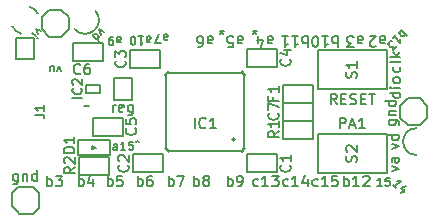
<source format=gto>
G04 #@! TF.FileFunction,Legend,Top*
%FSLAX46Y46*%
G04 Gerber Fmt 4.6, Leading zero omitted, Abs format (unit mm)*
G04 Created by KiCad (PCBNEW 4.0.7) date Monday, 20 November 2017 'AMt' 10:57:52*
%MOMM*%
%LPD*%
G01*
G04 APERTURE LIST*
%ADD10C,0.100000*%
%ADD11C,0.127000*%
%ADD12C,0.200000*%
%ADD13C,0.149860*%
%ADD14C,0.198120*%
%ADD15C,0.150000*%
%ADD16C,0.203200*%
G04 APERTURE END LIST*
D10*
D11*
X160366234Y-94861898D02*
X159918399Y-94649766D01*
X160130532Y-95097600D01*
X159399855Y-95168311D02*
X159894829Y-95663285D01*
X159423425Y-95191881D02*
X159446995Y-95121170D01*
X159541276Y-95026889D01*
X159611987Y-95003319D01*
X159659127Y-95003319D01*
X159729839Y-95026889D01*
X159871260Y-95168311D01*
X159894829Y-95239021D01*
X159894830Y-95286162D01*
X159871259Y-95356873D01*
X159776979Y-95451153D01*
X159706268Y-95474724D01*
X161462334Y-104837667D02*
X161462334Y-104471000D01*
X161429000Y-104404333D01*
X161362334Y-104371000D01*
X161229000Y-104371000D01*
X161162334Y-104404333D01*
X161462334Y-104804333D02*
X161395667Y-104837667D01*
X161229000Y-104837667D01*
X161162334Y-104804333D01*
X161129000Y-104737667D01*
X161129000Y-104671000D01*
X161162334Y-104604333D01*
X161229000Y-104571000D01*
X161395667Y-104571000D01*
X161462334Y-104537667D01*
X162162333Y-104837667D02*
X161762333Y-104837667D01*
X161962333Y-104837667D02*
X161962333Y-104137667D01*
X161895667Y-104237667D01*
X161829000Y-104304333D01*
X161762333Y-104337667D01*
X162795667Y-104137667D02*
X162462334Y-104137667D01*
X162429000Y-104471000D01*
X162462334Y-104437667D01*
X162529000Y-104404333D01*
X162695667Y-104404333D01*
X162762334Y-104437667D01*
X162795667Y-104471000D01*
X162829000Y-104537667D01*
X162829000Y-104704333D01*
X162795667Y-104771000D01*
X162762334Y-104804333D01*
X162695667Y-104837667D01*
X162529000Y-104837667D01*
X162462334Y-104804333D01*
X162429000Y-104771000D01*
X163029001Y-104204333D02*
X163162334Y-104104333D01*
X163295667Y-104204333D01*
X156693333Y-98194000D02*
X156526666Y-97727333D01*
X156360000Y-98194000D01*
X155793333Y-98194000D02*
X155793333Y-97727333D01*
X156093333Y-98194000D02*
X156093333Y-97827333D01*
X156060000Y-97760667D01*
X155993333Y-97727333D01*
X155893333Y-97727333D01*
X155826667Y-97760667D01*
X155793333Y-97794000D01*
X170307000Y-94712286D02*
X170307000Y-94890857D01*
X170128429Y-94819429D02*
X170307000Y-94890857D01*
X170485572Y-94819429D01*
X170199857Y-95033714D02*
X170307000Y-94890857D01*
X170414143Y-95033714D01*
X173101000Y-94712286D02*
X173101000Y-94890857D01*
X172922429Y-94819429D02*
X173101000Y-94890857D01*
X173279572Y-94819429D01*
X172993857Y-95033714D02*
X173101000Y-94890857D01*
X173208143Y-95033714D01*
D12*
X154747631Y-93314185D02*
G75*
G03X154051000Y-92710000I-1077631J-538815D01*
G01*
X152592369Y-94391815D02*
G75*
G03X153289000Y-94996000I1077631J538815D01*
G01*
D11*
X155002368Y-94815564D02*
X154554533Y-94603432D01*
X154766666Y-95051266D01*
X154248121Y-94909845D02*
X154578104Y-95239828D01*
X154743095Y-95404819D02*
X154743096Y-95357679D01*
X154695955Y-95357679D01*
X154695955Y-95404819D01*
X154743095Y-95404819D01*
X154695955Y-95357679D01*
D13*
X184465323Y-102347849D02*
X185193214Y-102347849D01*
X185278849Y-102390666D01*
X185321666Y-102433483D01*
X185364483Y-102519118D01*
X185364483Y-102647569D01*
X185321666Y-102733203D01*
X185021946Y-102347849D02*
X185064763Y-102433483D01*
X185064763Y-102604752D01*
X185021946Y-102690386D01*
X184979129Y-102733203D01*
X184893494Y-102776020D01*
X184636591Y-102776020D01*
X184550957Y-102733203D01*
X184508140Y-102690386D01*
X184465323Y-102604752D01*
X184465323Y-102433483D01*
X184508140Y-102347849D01*
X184465323Y-101919677D02*
X185064763Y-101919677D01*
X184550957Y-101919677D02*
X184508140Y-101876860D01*
X184465323Y-101791226D01*
X184465323Y-101662774D01*
X184508140Y-101577140D01*
X184593774Y-101534323D01*
X185064763Y-101534323D01*
X185064763Y-100720797D02*
X184165603Y-100720797D01*
X185021946Y-100720797D02*
X185064763Y-100806431D01*
X185064763Y-100977700D01*
X185021946Y-101063334D01*
X184979129Y-101106151D01*
X184893494Y-101148968D01*
X184636591Y-101148968D01*
X184550957Y-101106151D01*
X184508140Y-101063334D01*
X184465323Y-100977700D01*
X184465323Y-100806431D01*
X184508140Y-100720797D01*
X185402946Y-97794354D02*
X185445763Y-97879988D01*
X185445763Y-98051257D01*
X185402946Y-98136891D01*
X185360129Y-98179708D01*
X185274494Y-98222525D01*
X185017591Y-98222525D01*
X184931957Y-98179708D01*
X184889140Y-98136891D01*
X184846323Y-98051257D01*
X184846323Y-97879988D01*
X184889140Y-97794354D01*
X185445763Y-97280548D02*
X185402946Y-97366182D01*
X185317311Y-97408999D01*
X184546603Y-97408999D01*
X185445763Y-96938010D02*
X184546603Y-96938010D01*
X185103226Y-96852376D02*
X185445763Y-96595473D01*
X184846323Y-96595473D02*
X185188860Y-96938010D01*
X185445763Y-99996171D02*
X184546603Y-99996171D01*
X185402946Y-99996171D02*
X185445763Y-100081805D01*
X185445763Y-100253074D01*
X185402946Y-100338708D01*
X185360129Y-100381525D01*
X185274494Y-100424342D01*
X185017591Y-100424342D01*
X184931957Y-100381525D01*
X184889140Y-100338708D01*
X184846323Y-100253074D01*
X184846323Y-100081805D01*
X184889140Y-99996171D01*
X185445763Y-99567999D02*
X184846323Y-99567999D01*
X184546603Y-99567999D02*
X184589420Y-99610816D01*
X184632237Y-99567999D01*
X184589420Y-99525182D01*
X184546603Y-99567999D01*
X184632237Y-99567999D01*
X185445763Y-99011377D02*
X185402946Y-99097011D01*
X185360129Y-99139828D01*
X185274494Y-99182645D01*
X185017591Y-99182645D01*
X184931957Y-99139828D01*
X184889140Y-99097011D01*
X184846323Y-99011377D01*
X184846323Y-98882925D01*
X184889140Y-98797291D01*
X184931957Y-98754474D01*
X185017591Y-98711657D01*
X185274494Y-98711657D01*
X185360129Y-98754474D01*
X185402946Y-98797291D01*
X185445763Y-98882925D01*
X185445763Y-99011377D01*
X184719323Y-106665849D02*
X185318763Y-106451763D01*
X184719323Y-106237677D01*
X185318763Y-105509786D02*
X184847774Y-105509786D01*
X184762140Y-105552603D01*
X184719323Y-105638237D01*
X184719323Y-105809506D01*
X184762140Y-105895140D01*
X185275946Y-105509786D02*
X185318763Y-105595420D01*
X185318763Y-105809506D01*
X185275946Y-105895140D01*
X185190311Y-105937957D01*
X185104677Y-105937957D01*
X185019043Y-105895140D01*
X184976226Y-105809506D01*
X184976226Y-105595420D01*
X184933409Y-105509786D01*
X184719323Y-104760849D02*
X185318763Y-104546763D01*
X184719323Y-104332677D01*
X185318763Y-103604786D02*
X184419603Y-103604786D01*
X185275946Y-103604786D02*
X185318763Y-103690420D01*
X185318763Y-103861689D01*
X185275946Y-103947323D01*
X185233129Y-103990140D01*
X185147494Y-104032957D01*
X184890591Y-104032957D01*
X184804957Y-103990140D01*
X184762140Y-103947323D01*
X184719323Y-103861689D01*
X184719323Y-103690420D01*
X184762140Y-103604786D01*
D11*
X183889666Y-107885667D02*
X183489666Y-107885667D01*
X183689666Y-107885667D02*
X183689666Y-107185667D01*
X183623000Y-107285667D01*
X183556333Y-107352333D01*
X183489666Y-107385667D01*
X184523000Y-107185667D02*
X184189667Y-107185667D01*
X184156333Y-107519000D01*
X184189667Y-107485667D01*
X184256333Y-107452333D01*
X184423000Y-107452333D01*
X184489667Y-107485667D01*
X184523000Y-107519000D01*
X184556333Y-107585667D01*
X184556333Y-107752333D01*
X184523000Y-107819000D01*
X184489667Y-107852333D01*
X184423000Y-107885667D01*
X184256333Y-107885667D01*
X184189667Y-107852333D01*
X184156333Y-107819000D01*
X185101801Y-108079636D02*
X184818959Y-107796793D01*
X184960380Y-107938215D02*
X185455355Y-107443240D01*
X185337504Y-107466811D01*
X185243223Y-107466810D01*
X185172512Y-107443240D01*
X185856049Y-108173917D02*
X185526066Y-108503901D01*
X185926760Y-107867504D02*
X185455355Y-108103206D01*
X185761769Y-108409619D01*
D12*
X157861000Y-94615000D02*
G75*
G03X159639000Y-93091000I889000J762000D01*
G01*
X186817000Y-102997000D02*
G75*
G03X186817000Y-105283000I0J-1143000D01*
G01*
D11*
X185519553Y-94702613D02*
X186014527Y-95197587D01*
X185825966Y-95009026D02*
X185802396Y-95079736D01*
X185708115Y-95174017D01*
X185637405Y-95197587D01*
X185590263Y-95197587D01*
X185519553Y-95174017D01*
X185378132Y-95032596D01*
X185354561Y-94961885D01*
X185354562Y-94914745D01*
X185378131Y-94844034D01*
X185472413Y-94749753D01*
X185543123Y-94726183D01*
X184812447Y-95409719D02*
X185095289Y-95126876D01*
X184953868Y-95268297D02*
X185448843Y-95763272D01*
X185425272Y-95645421D01*
X185425273Y-95551141D01*
X185448843Y-95480429D01*
X185142429Y-96069685D02*
X184836017Y-96376098D01*
X184812447Y-96022545D01*
X184741736Y-96093256D01*
X184671025Y-96116826D01*
X184623885Y-96116826D01*
X184553174Y-96093255D01*
X184435323Y-95975405D01*
X184411753Y-95904694D01*
X184411753Y-95857554D01*
X184435323Y-95786843D01*
X184576744Y-95645421D01*
X184647455Y-95621851D01*
X184694595Y-95621851D01*
D13*
X183750494Y-95224237D02*
X183750494Y-95695226D01*
X183793311Y-95780860D01*
X183878945Y-95823677D01*
X184050214Y-95823677D01*
X184135848Y-95780860D01*
X183750494Y-95267054D02*
X183836128Y-95224237D01*
X184050214Y-95224237D01*
X184135848Y-95267054D01*
X184178665Y-95352689D01*
X184178665Y-95438323D01*
X184135848Y-95523957D01*
X184050214Y-95566774D01*
X183836128Y-95566774D01*
X183750494Y-95609591D01*
X183365139Y-96037763D02*
X183322322Y-96080580D01*
X183236688Y-96123397D01*
X183022602Y-96123397D01*
X182936968Y-96080580D01*
X182894151Y-96037763D01*
X182851334Y-95952129D01*
X182851334Y-95866494D01*
X182894151Y-95738043D01*
X183407957Y-95224237D01*
X182851334Y-95224237D01*
X181845494Y-95224237D02*
X181845494Y-95695226D01*
X181888311Y-95780860D01*
X181973945Y-95823677D01*
X182145214Y-95823677D01*
X182230848Y-95780860D01*
X181845494Y-95267054D02*
X181931128Y-95224237D01*
X182145214Y-95224237D01*
X182230848Y-95267054D01*
X182273665Y-95352689D01*
X182273665Y-95438323D01*
X182230848Y-95523957D01*
X182145214Y-95566774D01*
X181931128Y-95566774D01*
X181845494Y-95609591D01*
X181502957Y-96123397D02*
X180946334Y-96123397D01*
X181246054Y-95780860D01*
X181117602Y-95780860D01*
X181031968Y-95738043D01*
X180989151Y-95695226D01*
X180946334Y-95609591D01*
X180946334Y-95395506D01*
X180989151Y-95309871D01*
X181031968Y-95267054D01*
X181117602Y-95224237D01*
X181374505Y-95224237D01*
X181460139Y-95267054D01*
X181502957Y-95309871D01*
X180119020Y-95224237D02*
X180119020Y-96123397D01*
X180119020Y-95780860D02*
X180033386Y-95823677D01*
X179862117Y-95823677D01*
X179776483Y-95780860D01*
X179733666Y-95738043D01*
X179690849Y-95652409D01*
X179690849Y-95395506D01*
X179733666Y-95309871D01*
X179776483Y-95267054D01*
X179862117Y-95224237D01*
X180033386Y-95224237D01*
X180119020Y-95267054D01*
X178834506Y-95224237D02*
X179348311Y-95224237D01*
X179091409Y-95224237D02*
X179091409Y-96123397D01*
X179177043Y-95994946D01*
X179262677Y-95909311D01*
X179348311Y-95866494D01*
X178277883Y-96123397D02*
X178192248Y-96123397D01*
X178106614Y-96080580D01*
X178063797Y-96037763D01*
X178020980Y-95952129D01*
X177978163Y-95780860D01*
X177978163Y-95566774D01*
X178020980Y-95395506D01*
X178063797Y-95309871D01*
X178106614Y-95267054D01*
X178192248Y-95224237D01*
X178277883Y-95224237D01*
X178363517Y-95267054D01*
X178406334Y-95309871D01*
X178449151Y-95395506D01*
X178491968Y-95566774D01*
X178491968Y-95780860D01*
X178449151Y-95952129D01*
X178406334Y-96037763D01*
X178363517Y-96080580D01*
X178277883Y-96123397D01*
X177579020Y-95224237D02*
X177579020Y-96123397D01*
X177579020Y-95780860D02*
X177493386Y-95823677D01*
X177322117Y-95823677D01*
X177236483Y-95780860D01*
X177193666Y-95738043D01*
X177150849Y-95652409D01*
X177150849Y-95395506D01*
X177193666Y-95309871D01*
X177236483Y-95267054D01*
X177322117Y-95224237D01*
X177493386Y-95224237D01*
X177579020Y-95267054D01*
X176294506Y-95224237D02*
X176808311Y-95224237D01*
X176551409Y-95224237D02*
X176551409Y-96123397D01*
X176637043Y-95994946D01*
X176722677Y-95909311D01*
X176808311Y-95866494D01*
X175438163Y-95224237D02*
X175951968Y-95224237D01*
X175695066Y-95224237D02*
X175695066Y-96123397D01*
X175780700Y-95994946D01*
X175866334Y-95909311D01*
X175951968Y-95866494D01*
X174225494Y-95224237D02*
X174225494Y-95695226D01*
X174268311Y-95780860D01*
X174353945Y-95823677D01*
X174525214Y-95823677D01*
X174610848Y-95780860D01*
X174225494Y-95267054D02*
X174311128Y-95224237D01*
X174525214Y-95224237D01*
X174610848Y-95267054D01*
X174653665Y-95352689D01*
X174653665Y-95438323D01*
X174610848Y-95523957D01*
X174525214Y-95566774D01*
X174311128Y-95566774D01*
X174225494Y-95609591D01*
X173411968Y-95823677D02*
X173411968Y-95224237D01*
X173626054Y-96166214D02*
X173840139Y-95523957D01*
X173283517Y-95523957D01*
X171685494Y-95224237D02*
X171685494Y-95695226D01*
X171728311Y-95780860D01*
X171813945Y-95823677D01*
X171985214Y-95823677D01*
X172070848Y-95780860D01*
X171685494Y-95267054D02*
X171771128Y-95224237D01*
X171985214Y-95224237D01*
X172070848Y-95267054D01*
X172113665Y-95352689D01*
X172113665Y-95438323D01*
X172070848Y-95523957D01*
X171985214Y-95566774D01*
X171771128Y-95566774D01*
X171685494Y-95609591D01*
X170829151Y-96123397D02*
X171257322Y-96123397D01*
X171300139Y-95695226D01*
X171257322Y-95738043D01*
X171171688Y-95780860D01*
X170957602Y-95780860D01*
X170871968Y-95738043D01*
X170829151Y-95695226D01*
X170786334Y-95609591D01*
X170786334Y-95395506D01*
X170829151Y-95309871D01*
X170871968Y-95267054D01*
X170957602Y-95224237D01*
X171171688Y-95224237D01*
X171257322Y-95267054D01*
X171300139Y-95309871D01*
X169145494Y-95224237D02*
X169145494Y-95695226D01*
X169188311Y-95780860D01*
X169273945Y-95823677D01*
X169445214Y-95823677D01*
X169530848Y-95780860D01*
X169145494Y-95267054D02*
X169231128Y-95224237D01*
X169445214Y-95224237D01*
X169530848Y-95267054D01*
X169573665Y-95352689D01*
X169573665Y-95438323D01*
X169530848Y-95523957D01*
X169445214Y-95566774D01*
X169231128Y-95566774D01*
X169145494Y-95609591D01*
X168331968Y-96123397D02*
X168503237Y-96123397D01*
X168588871Y-96080580D01*
X168631688Y-96037763D01*
X168717322Y-95909311D01*
X168760139Y-95738043D01*
X168760139Y-95395506D01*
X168717322Y-95309871D01*
X168674505Y-95267054D01*
X168588871Y-95224237D01*
X168417602Y-95224237D01*
X168331968Y-95267054D01*
X168289151Y-95309871D01*
X168246334Y-95395506D01*
X168246334Y-95609591D01*
X168289151Y-95695226D01*
X168331968Y-95738043D01*
X168417602Y-95780860D01*
X168588871Y-95780860D01*
X168674505Y-95738043D01*
X168717322Y-95695226D01*
X168760139Y-95609591D01*
D11*
X165410333Y-95060333D02*
X165410333Y-95427000D01*
X165443667Y-95493667D01*
X165510333Y-95527000D01*
X165643667Y-95527000D01*
X165710333Y-95493667D01*
X165410333Y-95093667D02*
X165477000Y-95060333D01*
X165643667Y-95060333D01*
X165710333Y-95093667D01*
X165743667Y-95160333D01*
X165743667Y-95227000D01*
X165710333Y-95293667D01*
X165643667Y-95327000D01*
X165477000Y-95327000D01*
X165410333Y-95360333D01*
X165143667Y-95760333D02*
X164677000Y-95760333D01*
X164977000Y-95060333D01*
X161447933Y-95263533D02*
X161447933Y-95630200D01*
X161481267Y-95696867D01*
X161547933Y-95730200D01*
X161681267Y-95730200D01*
X161747933Y-95696867D01*
X161447933Y-95296867D02*
X161514600Y-95263533D01*
X161681267Y-95263533D01*
X161747933Y-95296867D01*
X161781267Y-95363533D01*
X161781267Y-95430200D01*
X161747933Y-95496867D01*
X161681267Y-95530200D01*
X161514600Y-95530200D01*
X161447933Y-95563533D01*
X161081267Y-95263533D02*
X160947934Y-95263533D01*
X160881267Y-95296867D01*
X160847934Y-95330200D01*
X160781267Y-95430200D01*
X160747934Y-95563533D01*
X160747934Y-95830200D01*
X160781267Y-95896867D01*
X160814600Y-95930200D01*
X160881267Y-95963533D01*
X161014600Y-95963533D01*
X161081267Y-95930200D01*
X161114600Y-95896867D01*
X161147934Y-95830200D01*
X161147934Y-95663533D01*
X161114600Y-95596867D01*
X161081267Y-95563533D01*
X161014600Y-95530200D01*
X160881267Y-95530200D01*
X160814600Y-95563533D01*
X160781267Y-95596867D01*
X160747934Y-95663533D01*
X163965666Y-95238133D02*
X163965666Y-95604800D01*
X163999000Y-95671467D01*
X164065666Y-95704800D01*
X164199000Y-95704800D01*
X164265666Y-95671467D01*
X163965666Y-95271467D02*
X164032333Y-95238133D01*
X164199000Y-95238133D01*
X164265666Y-95271467D01*
X164299000Y-95338133D01*
X164299000Y-95404800D01*
X164265666Y-95471467D01*
X164199000Y-95504800D01*
X164032333Y-95504800D01*
X163965666Y-95538133D01*
X163265667Y-95238133D02*
X163665667Y-95238133D01*
X163465667Y-95238133D02*
X163465667Y-95938133D01*
X163532333Y-95838133D01*
X163599000Y-95771467D01*
X163665667Y-95738133D01*
X162832333Y-95938133D02*
X162765666Y-95938133D01*
X162699000Y-95904800D01*
X162665666Y-95871467D01*
X162632333Y-95804800D01*
X162599000Y-95671467D01*
X162599000Y-95504800D01*
X162632333Y-95371467D01*
X162665666Y-95304800D01*
X162699000Y-95271467D01*
X162765666Y-95238133D01*
X162832333Y-95238133D01*
X162899000Y-95271467D01*
X162932333Y-95304800D01*
X162965666Y-95371467D01*
X162999000Y-95504800D01*
X162999000Y-95671467D01*
X162965666Y-95804800D01*
X162932333Y-95871467D01*
X162899000Y-95904800D01*
X162832333Y-95938133D01*
D12*
X185420000Y-101092000D02*
X185420000Y-101346000D01*
X186055000Y-100457000D02*
X185420000Y-101092000D01*
X187071000Y-100457000D02*
X186055000Y-100457000D01*
X187706000Y-101092000D02*
X187071000Y-100457000D01*
X187706000Y-102108000D02*
X187706000Y-101092000D01*
X187071000Y-102743000D02*
X187706000Y-102108000D01*
X186055000Y-102743000D02*
X187071000Y-102743000D01*
X185420000Y-102108000D02*
X186055000Y-102743000D01*
X185420000Y-101346000D02*
X185420000Y-102108000D01*
X157353000Y-94615000D02*
X156718000Y-95250000D01*
X157353000Y-93599000D02*
X157353000Y-94615000D01*
X156718000Y-92964000D02*
X157353000Y-93599000D01*
X155702000Y-92964000D02*
X156718000Y-92964000D01*
X155575000Y-93091000D02*
X155702000Y-92964000D01*
X155067000Y-93599000D02*
X155575000Y-93091000D01*
X155067000Y-94615000D02*
X155067000Y-93599000D01*
X155702000Y-95250000D02*
X155067000Y-94615000D01*
X156718000Y-95250000D02*
X155702000Y-95250000D01*
X154305000Y-110236000D02*
X154813000Y-109728000D01*
X153162000Y-110236000D02*
X154305000Y-110236000D01*
X153035000Y-110109000D02*
X153162000Y-110236000D01*
X152527000Y-109601000D02*
X153035000Y-110109000D01*
X152527000Y-108458000D02*
X152527000Y-109601000D01*
X153035000Y-107950000D02*
X152527000Y-108458000D01*
X154305000Y-107950000D02*
X153035000Y-107950000D01*
X154813000Y-108458000D02*
X154305000Y-107950000D01*
X154813000Y-109728000D02*
X154813000Y-108458000D01*
D13*
X180687980Y-107912263D02*
X180687980Y-107013103D01*
X180687980Y-107355640D02*
X180773614Y-107312823D01*
X180944883Y-107312823D01*
X181030517Y-107355640D01*
X181073334Y-107398457D01*
X181116151Y-107484091D01*
X181116151Y-107740994D01*
X181073334Y-107826629D01*
X181030517Y-107869446D01*
X180944883Y-107912263D01*
X180773614Y-107912263D01*
X180687980Y-107869446D01*
X181972494Y-107912263D02*
X181458689Y-107912263D01*
X181715591Y-107912263D02*
X181715591Y-107013103D01*
X181629957Y-107141554D01*
X181544323Y-107227189D01*
X181458689Y-107270006D01*
X182315032Y-107098737D02*
X182357849Y-107055920D01*
X182443483Y-107013103D01*
X182657569Y-107013103D01*
X182743203Y-107055920D01*
X182786020Y-107098737D01*
X182828837Y-107184371D01*
X182828837Y-107270006D01*
X182786020Y-107398457D01*
X182272214Y-107912263D01*
X182828837Y-107912263D01*
X178427743Y-107869446D02*
X178342109Y-107912263D01*
X178170840Y-107912263D01*
X178085206Y-107869446D01*
X178042389Y-107826629D01*
X177999572Y-107740994D01*
X177999572Y-107484091D01*
X178042389Y-107398457D01*
X178085206Y-107355640D01*
X178170840Y-107312823D01*
X178342109Y-107312823D01*
X178427743Y-107355640D01*
X179284086Y-107912263D02*
X178770281Y-107912263D01*
X179027183Y-107912263D02*
X179027183Y-107013103D01*
X178941549Y-107141554D01*
X178855915Y-107227189D01*
X178770281Y-107270006D01*
X180097612Y-107013103D02*
X179669441Y-107013103D01*
X179626624Y-107441274D01*
X179669441Y-107398457D01*
X179755075Y-107355640D01*
X179969161Y-107355640D01*
X180054795Y-107398457D01*
X180097612Y-107441274D01*
X180140429Y-107526909D01*
X180140429Y-107740994D01*
X180097612Y-107826629D01*
X180054795Y-107869446D01*
X179969161Y-107912263D01*
X179755075Y-107912263D01*
X179669441Y-107869446D01*
X179626624Y-107826629D01*
X175951243Y-107869446D02*
X175865609Y-107912263D01*
X175694340Y-107912263D01*
X175608706Y-107869446D01*
X175565889Y-107826629D01*
X175523072Y-107740994D01*
X175523072Y-107484091D01*
X175565889Y-107398457D01*
X175608706Y-107355640D01*
X175694340Y-107312823D01*
X175865609Y-107312823D01*
X175951243Y-107355640D01*
X176807586Y-107912263D02*
X176293781Y-107912263D01*
X176550683Y-107912263D02*
X176550683Y-107013103D01*
X176465049Y-107141554D01*
X176379415Y-107227189D01*
X176293781Y-107270006D01*
X177578295Y-107312823D02*
X177578295Y-107912263D01*
X177364209Y-106970286D02*
X177150124Y-107612543D01*
X177706746Y-107612543D01*
X173411243Y-107869446D02*
X173325609Y-107912263D01*
X173154340Y-107912263D01*
X173068706Y-107869446D01*
X173025889Y-107826629D01*
X172983072Y-107740994D01*
X172983072Y-107484091D01*
X173025889Y-107398457D01*
X173068706Y-107355640D01*
X173154340Y-107312823D01*
X173325609Y-107312823D01*
X173411243Y-107355640D01*
X174267586Y-107912263D02*
X173753781Y-107912263D01*
X174010683Y-107912263D02*
X174010683Y-107013103D01*
X173925049Y-107141554D01*
X173839415Y-107227189D01*
X173753781Y-107270006D01*
X174567306Y-107013103D02*
X175123929Y-107013103D01*
X174824209Y-107355640D01*
X174952661Y-107355640D01*
X175038295Y-107398457D01*
X175081112Y-107441274D01*
X175123929Y-107526909D01*
X175123929Y-107740994D01*
X175081112Y-107826629D01*
X175038295Y-107869446D01*
X174952661Y-107912263D01*
X174695758Y-107912263D01*
X174610124Y-107869446D01*
X174567306Y-107826629D01*
X170829152Y-107912263D02*
X170829152Y-107013103D01*
X170829152Y-107355640D02*
X170914786Y-107312823D01*
X171086055Y-107312823D01*
X171171689Y-107355640D01*
X171214506Y-107398457D01*
X171257323Y-107484091D01*
X171257323Y-107740994D01*
X171214506Y-107826629D01*
X171171689Y-107869446D01*
X171086055Y-107912263D01*
X170914786Y-107912263D01*
X170829152Y-107869446D01*
X171685495Y-107912263D02*
X171856763Y-107912263D01*
X171942398Y-107869446D01*
X171985215Y-107826629D01*
X172070849Y-107698177D01*
X172113666Y-107526909D01*
X172113666Y-107184371D01*
X172070849Y-107098737D01*
X172028032Y-107055920D01*
X171942398Y-107013103D01*
X171771129Y-107013103D01*
X171685495Y-107055920D01*
X171642678Y-107098737D01*
X171599861Y-107184371D01*
X171599861Y-107398457D01*
X171642678Y-107484091D01*
X171685495Y-107526909D01*
X171771129Y-107569726D01*
X171942398Y-107569726D01*
X172028032Y-107526909D01*
X172070849Y-107484091D01*
X172113666Y-107398457D01*
X167971652Y-107912263D02*
X167971652Y-107013103D01*
X167971652Y-107355640D02*
X168057286Y-107312823D01*
X168228555Y-107312823D01*
X168314189Y-107355640D01*
X168357006Y-107398457D01*
X168399823Y-107484091D01*
X168399823Y-107740994D01*
X168357006Y-107826629D01*
X168314189Y-107869446D01*
X168228555Y-107912263D01*
X168057286Y-107912263D01*
X167971652Y-107869446D01*
X168913629Y-107398457D02*
X168827995Y-107355640D01*
X168785178Y-107312823D01*
X168742361Y-107227189D01*
X168742361Y-107184371D01*
X168785178Y-107098737D01*
X168827995Y-107055920D01*
X168913629Y-107013103D01*
X169084898Y-107013103D01*
X169170532Y-107055920D01*
X169213349Y-107098737D01*
X169256166Y-107184371D01*
X169256166Y-107227189D01*
X169213349Y-107312823D01*
X169170532Y-107355640D01*
X169084898Y-107398457D01*
X168913629Y-107398457D01*
X168827995Y-107441274D01*
X168785178Y-107484091D01*
X168742361Y-107569726D01*
X168742361Y-107740994D01*
X168785178Y-107826629D01*
X168827995Y-107869446D01*
X168913629Y-107912263D01*
X169084898Y-107912263D01*
X169170532Y-107869446D01*
X169213349Y-107826629D01*
X169256166Y-107740994D01*
X169256166Y-107569726D01*
X169213349Y-107484091D01*
X169170532Y-107441274D01*
X169084898Y-107398457D01*
X165812652Y-107912263D02*
X165812652Y-107013103D01*
X165812652Y-107355640D02*
X165898286Y-107312823D01*
X166069555Y-107312823D01*
X166155189Y-107355640D01*
X166198006Y-107398457D01*
X166240823Y-107484091D01*
X166240823Y-107740994D01*
X166198006Y-107826629D01*
X166155189Y-107869446D01*
X166069555Y-107912263D01*
X165898286Y-107912263D01*
X165812652Y-107869446D01*
X166540543Y-107013103D02*
X167139983Y-107013103D01*
X166754629Y-107912263D01*
X163209152Y-107912263D02*
X163209152Y-107013103D01*
X163209152Y-107355640D02*
X163294786Y-107312823D01*
X163466055Y-107312823D01*
X163551689Y-107355640D01*
X163594506Y-107398457D01*
X163637323Y-107484091D01*
X163637323Y-107740994D01*
X163594506Y-107826629D01*
X163551689Y-107869446D01*
X163466055Y-107912263D01*
X163294786Y-107912263D01*
X163209152Y-107869446D01*
X164408032Y-107013103D02*
X164236763Y-107013103D01*
X164151129Y-107055920D01*
X164108312Y-107098737D01*
X164022678Y-107227189D01*
X163979861Y-107398457D01*
X163979861Y-107740994D01*
X164022678Y-107826629D01*
X164065495Y-107869446D01*
X164151129Y-107912263D01*
X164322398Y-107912263D01*
X164408032Y-107869446D01*
X164450849Y-107826629D01*
X164493666Y-107740994D01*
X164493666Y-107526909D01*
X164450849Y-107441274D01*
X164408032Y-107398457D01*
X164322398Y-107355640D01*
X164151129Y-107355640D01*
X164065495Y-107398457D01*
X164022678Y-107441274D01*
X163979861Y-107526909D01*
X160669152Y-107912263D02*
X160669152Y-107013103D01*
X160669152Y-107355640D02*
X160754786Y-107312823D01*
X160926055Y-107312823D01*
X161011689Y-107355640D01*
X161054506Y-107398457D01*
X161097323Y-107484091D01*
X161097323Y-107740994D01*
X161054506Y-107826629D01*
X161011689Y-107869446D01*
X160926055Y-107912263D01*
X160754786Y-107912263D01*
X160669152Y-107869446D01*
X161910849Y-107013103D02*
X161482678Y-107013103D01*
X161439861Y-107441274D01*
X161482678Y-107398457D01*
X161568312Y-107355640D01*
X161782398Y-107355640D01*
X161868032Y-107398457D01*
X161910849Y-107441274D01*
X161953666Y-107526909D01*
X161953666Y-107740994D01*
X161910849Y-107826629D01*
X161868032Y-107869446D01*
X161782398Y-107912263D01*
X161568312Y-107912263D01*
X161482678Y-107869446D01*
X161439861Y-107826629D01*
X158192652Y-107912263D02*
X158192652Y-107013103D01*
X158192652Y-107355640D02*
X158278286Y-107312823D01*
X158449555Y-107312823D01*
X158535189Y-107355640D01*
X158578006Y-107398457D01*
X158620823Y-107484091D01*
X158620823Y-107740994D01*
X158578006Y-107826629D01*
X158535189Y-107869446D01*
X158449555Y-107912263D01*
X158278286Y-107912263D01*
X158192652Y-107869446D01*
X159391532Y-107312823D02*
X159391532Y-107912263D01*
X159177446Y-106970286D02*
X158963361Y-107612543D01*
X159519983Y-107612543D01*
X155525652Y-107912263D02*
X155525652Y-107013103D01*
X155525652Y-107355640D02*
X155611286Y-107312823D01*
X155782555Y-107312823D01*
X155868189Y-107355640D01*
X155911006Y-107398457D01*
X155953823Y-107484091D01*
X155953823Y-107740994D01*
X155911006Y-107826629D01*
X155868189Y-107869446D01*
X155782555Y-107912263D01*
X155611286Y-107912263D01*
X155525652Y-107869446D01*
X156253543Y-107013103D02*
X156810166Y-107013103D01*
X156510446Y-107355640D01*
X156638898Y-107355640D01*
X156724532Y-107398457D01*
X156767349Y-107441274D01*
X156810166Y-107526909D01*
X156810166Y-107740994D01*
X156767349Y-107826629D01*
X156724532Y-107869446D01*
X156638898Y-107912263D01*
X156381995Y-107912263D01*
X156296361Y-107869446D01*
X156253543Y-107826629D01*
X153049151Y-106868323D02*
X153049151Y-107596214D01*
X153006334Y-107681849D01*
X152963517Y-107724666D01*
X152877882Y-107767483D01*
X152749431Y-107767483D01*
X152663797Y-107724666D01*
X153049151Y-107424946D02*
X152963517Y-107467763D01*
X152792248Y-107467763D01*
X152706614Y-107424946D01*
X152663797Y-107382129D01*
X152620980Y-107296494D01*
X152620980Y-107039591D01*
X152663797Y-106953957D01*
X152706614Y-106911140D01*
X152792248Y-106868323D01*
X152963517Y-106868323D01*
X153049151Y-106911140D01*
X153477323Y-106868323D02*
X153477323Y-107467763D01*
X153477323Y-106953957D02*
X153520140Y-106911140D01*
X153605774Y-106868323D01*
X153734226Y-106868323D01*
X153819860Y-106911140D01*
X153862677Y-106996774D01*
X153862677Y-107467763D01*
X154676203Y-107467763D02*
X154676203Y-106568603D01*
X154676203Y-107424946D02*
X154590569Y-107467763D01*
X154419300Y-107467763D01*
X154333666Y-107424946D01*
X154290849Y-107382129D01*
X154248032Y-107296494D01*
X154248032Y-107039591D01*
X154290849Y-106953957D01*
X154333666Y-106911140D01*
X154419300Y-106868323D01*
X154590569Y-106868323D01*
X154676203Y-106911140D01*
X152908000Y-97166000D02*
X152908000Y-95366000D01*
X152908000Y-95366000D02*
X154432000Y-95366000D01*
X154432000Y-95366000D02*
X154432000Y-97166000D01*
X154432000Y-97166000D02*
X152908000Y-97166000D01*
X178054000Y-100838000D02*
X175514000Y-100838000D01*
X175514000Y-100838000D02*
X175514000Y-99314000D01*
X175514000Y-99314000D02*
X178054000Y-99314000D01*
X178054000Y-99314000D02*
X178054000Y-100838000D01*
X157734000Y-95758000D02*
X160274000Y-95758000D01*
X160274000Y-95758000D02*
X160274000Y-97282000D01*
X160274000Y-97282000D02*
X157734000Y-97282000D01*
X157734000Y-97282000D02*
X157734000Y-95758000D01*
X172008800Y-98300540D02*
X172209460Y-98501200D01*
X172209460Y-98501200D02*
X172209460Y-104698800D01*
X172209460Y-104698800D02*
X172008800Y-104899460D01*
X172008800Y-104899460D02*
X165811200Y-104899460D01*
X165811200Y-104899460D02*
X165610540Y-104698800D01*
X165811200Y-98300540D02*
X172008800Y-98300540D01*
X165610540Y-104698800D02*
X165610540Y-98501200D01*
X172008800Y-98198940D02*
X172311060Y-98501200D01*
X165508940Y-98501200D02*
X165811200Y-98198940D01*
X165811200Y-105001060D02*
X165508940Y-104698800D01*
X172008800Y-105001060D02*
X172311060Y-104698800D01*
D14*
X171447852Y-103949500D02*
G75*
G03X171447852Y-103949500I-140092J0D01*
G01*
D13*
X175006000Y-106743500D02*
X172466000Y-106743500D01*
X172466000Y-106743500D02*
X172466000Y-105219500D01*
X172466000Y-105219500D02*
X175006000Y-105219500D01*
X175006000Y-105219500D02*
X175006000Y-106743500D01*
X162814000Y-105219500D02*
X165354000Y-105219500D01*
X165354000Y-105219500D02*
X165354000Y-106743500D01*
X165354000Y-106743500D02*
X162814000Y-106743500D01*
X162814000Y-106743500D02*
X162814000Y-105219500D01*
X162560000Y-96393000D02*
X165100000Y-96393000D01*
X165100000Y-96393000D02*
X165100000Y-97917000D01*
X165100000Y-97917000D02*
X162560000Y-97917000D01*
X162560000Y-97917000D02*
X162560000Y-96393000D01*
X175006000Y-97790000D02*
X172466000Y-97790000D01*
X172466000Y-97790000D02*
X172466000Y-96266000D01*
X172466000Y-96266000D02*
X175006000Y-96266000D01*
X175006000Y-96266000D02*
X175006000Y-97790000D01*
X161925000Y-103632000D02*
X159385000Y-103632000D01*
X159385000Y-103632000D02*
X159385000Y-102108000D01*
X159385000Y-102108000D02*
X161925000Y-102108000D01*
X161925000Y-102108000D02*
X161925000Y-103632000D01*
X159359600Y-104495600D02*
X159664400Y-104648000D01*
X159664400Y-104648000D02*
X159359600Y-104800400D01*
X159359600Y-104800400D02*
X159359600Y-104495600D01*
X158178500Y-104013000D02*
X160845500Y-104013000D01*
X160845500Y-104013000D02*
X160845500Y-105283000D01*
X160845500Y-105283000D02*
X158178500Y-105283000D01*
X158178500Y-105283000D02*
X158178500Y-104013000D01*
X175514000Y-102362000D02*
X178054000Y-102362000D01*
X178054000Y-102362000D02*
X178054000Y-103886000D01*
X178054000Y-103886000D02*
X175514000Y-103886000D01*
X175514000Y-103886000D02*
X175514000Y-102362000D01*
X158242000Y-105410000D02*
X160782000Y-105410000D01*
X160782000Y-105410000D02*
X160782000Y-106934000D01*
X160782000Y-106934000D02*
X158242000Y-106934000D01*
X158242000Y-106934000D02*
X158242000Y-105410000D01*
X178435000Y-96393000D02*
X184277000Y-96393000D01*
X184277000Y-96393000D02*
X184277000Y-99695000D01*
X184277000Y-99695000D02*
X178435000Y-99695000D01*
X178435000Y-99695000D02*
X178435000Y-96393000D01*
X184277000Y-106807000D02*
X178435000Y-106807000D01*
X178435000Y-106807000D02*
X178435000Y-103505000D01*
X178435000Y-103505000D02*
X184277000Y-103505000D01*
X184277000Y-103505000D02*
X184277000Y-106807000D01*
X175514000Y-100838000D02*
X178054000Y-100838000D01*
X178054000Y-100838000D02*
X178054000Y-102362000D01*
X178054000Y-102362000D02*
X175514000Y-102362000D01*
X175514000Y-102362000D02*
X175514000Y-100838000D01*
D15*
X158789000Y-99324000D02*
X158789000Y-100066000D01*
X158685000Y-101122000D02*
X159085000Y-101122000D01*
X158789000Y-99324000D02*
X159981000Y-99324000D01*
X159981000Y-99324000D02*
X159981000Y-100066000D01*
X159981000Y-100066000D02*
X158789000Y-100066000D01*
D13*
X161163000Y-100595000D02*
X161163000Y-98795000D01*
X161163000Y-98795000D02*
X162687000Y-98795000D01*
X162687000Y-98795000D02*
X162687000Y-100595000D01*
X162687000Y-100595000D02*
X161163000Y-100595000D01*
X174687774Y-100375720D02*
X174687774Y-100675440D01*
X175158763Y-100675440D02*
X174259603Y-100675440D01*
X174259603Y-100247269D01*
X175158763Y-99433743D02*
X175158763Y-99947548D01*
X175158763Y-99690646D02*
X174259603Y-99690646D01*
X174388054Y-99776280D01*
X174473689Y-99861914D01*
X174516506Y-99947548D01*
X158346140Y-98365129D02*
X158303323Y-98407946D01*
X158174872Y-98450763D01*
X158089238Y-98450763D01*
X157960786Y-98407946D01*
X157875152Y-98322311D01*
X157832335Y-98236677D01*
X157789518Y-98065409D01*
X157789518Y-97936957D01*
X157832335Y-97765689D01*
X157875152Y-97680054D01*
X157960786Y-97594420D01*
X158089238Y-97551603D01*
X158174872Y-97551603D01*
X158303323Y-97594420D01*
X158346140Y-97637237D01*
X159116849Y-97551603D02*
X158945580Y-97551603D01*
X158859946Y-97594420D01*
X158817129Y-97637237D01*
X158731495Y-97765689D01*
X158688678Y-97936957D01*
X158688678Y-98279494D01*
X158731495Y-98365129D01*
X158774312Y-98407946D01*
X158859946Y-98450763D01*
X159031215Y-98450763D01*
X159116849Y-98407946D01*
X159159666Y-98365129D01*
X159202483Y-98279494D01*
X159202483Y-98065409D01*
X159159666Y-97979774D01*
X159116849Y-97936957D01*
X159031215Y-97894140D01*
X158859946Y-97894140D01*
X158774312Y-97936957D01*
X158731495Y-97979774D01*
X158688678Y-98065409D01*
X168032249Y-103022763D02*
X168032249Y-102123603D01*
X168974225Y-102937129D02*
X168931408Y-102979946D01*
X168802957Y-103022763D01*
X168717323Y-103022763D01*
X168588871Y-102979946D01*
X168503237Y-102894311D01*
X168460420Y-102808677D01*
X168417603Y-102637409D01*
X168417603Y-102508957D01*
X168460420Y-102337689D01*
X168503237Y-102252054D01*
X168588871Y-102166420D01*
X168717323Y-102123603D01*
X168802957Y-102123603D01*
X168931408Y-102166420D01*
X168974225Y-102209237D01*
X169830568Y-103022763D02*
X169316763Y-103022763D01*
X169573665Y-103022763D02*
X169573665Y-102123603D01*
X169488031Y-102252054D01*
X169402397Y-102337689D01*
X169316763Y-102380506D01*
X176089129Y-106131360D02*
X176131946Y-106174177D01*
X176174763Y-106302628D01*
X176174763Y-106388262D01*
X176131946Y-106516714D01*
X176046311Y-106602348D01*
X175960677Y-106645165D01*
X175789409Y-106687982D01*
X175660957Y-106687982D01*
X175489689Y-106645165D01*
X175404054Y-106602348D01*
X175318420Y-106516714D01*
X175275603Y-106388262D01*
X175275603Y-106302628D01*
X175318420Y-106174177D01*
X175361237Y-106131360D01*
X176174763Y-105275017D02*
X176174763Y-105788822D01*
X176174763Y-105531920D02*
X175275603Y-105531920D01*
X175404054Y-105617554D01*
X175489689Y-105703188D01*
X175532506Y-105788822D01*
X162373129Y-106131360D02*
X162415946Y-106174177D01*
X162458763Y-106302628D01*
X162458763Y-106388262D01*
X162415946Y-106516714D01*
X162330311Y-106602348D01*
X162244677Y-106645165D01*
X162073409Y-106687982D01*
X161944957Y-106687982D01*
X161773689Y-106645165D01*
X161688054Y-106602348D01*
X161602420Y-106516714D01*
X161559603Y-106388262D01*
X161559603Y-106302628D01*
X161602420Y-106174177D01*
X161645237Y-106131360D01*
X161645237Y-105788822D02*
X161602420Y-105746005D01*
X161559603Y-105660371D01*
X161559603Y-105446285D01*
X161602420Y-105360651D01*
X161645237Y-105317834D01*
X161730871Y-105275017D01*
X161816506Y-105275017D01*
X161944957Y-105317834D01*
X162458763Y-105831640D01*
X162458763Y-105275017D01*
X162119129Y-97304860D02*
X162161946Y-97347677D01*
X162204763Y-97476128D01*
X162204763Y-97561762D01*
X162161946Y-97690214D01*
X162076311Y-97775848D01*
X161990677Y-97818665D01*
X161819409Y-97861482D01*
X161690957Y-97861482D01*
X161519689Y-97818665D01*
X161434054Y-97775848D01*
X161348420Y-97690214D01*
X161305603Y-97561762D01*
X161305603Y-97476128D01*
X161348420Y-97347677D01*
X161391237Y-97304860D01*
X161305603Y-97005140D02*
X161305603Y-96448517D01*
X161648140Y-96748237D01*
X161648140Y-96619785D01*
X161690957Y-96534151D01*
X161733774Y-96491334D01*
X161819409Y-96448517D01*
X162033494Y-96448517D01*
X162119129Y-96491334D01*
X162161946Y-96534151D01*
X162204763Y-96619785D01*
X162204763Y-96876688D01*
X162161946Y-96962322D01*
X162119129Y-97005140D01*
X176089129Y-97177860D02*
X176131946Y-97220677D01*
X176174763Y-97349128D01*
X176174763Y-97434762D01*
X176131946Y-97563214D01*
X176046311Y-97648848D01*
X175960677Y-97691665D01*
X175789409Y-97734482D01*
X175660957Y-97734482D01*
X175489689Y-97691665D01*
X175404054Y-97648848D01*
X175318420Y-97563214D01*
X175275603Y-97434762D01*
X175275603Y-97349128D01*
X175318420Y-97220677D01*
X175361237Y-97177860D01*
X175575323Y-96407151D02*
X176174763Y-96407151D01*
X175232786Y-96621237D02*
X175875043Y-96835322D01*
X175875043Y-96278700D01*
X163008129Y-103019860D02*
X163050946Y-103062677D01*
X163093763Y-103191128D01*
X163093763Y-103276762D01*
X163050946Y-103405214D01*
X162965311Y-103490848D01*
X162879677Y-103533665D01*
X162708409Y-103576482D01*
X162579957Y-103576482D01*
X162408689Y-103533665D01*
X162323054Y-103490848D01*
X162237420Y-103405214D01*
X162194603Y-103276762D01*
X162194603Y-103191128D01*
X162237420Y-103062677D01*
X162280237Y-103019860D01*
X162194603Y-102206334D02*
X162194603Y-102634505D01*
X162622774Y-102677322D01*
X162579957Y-102634505D01*
X162537140Y-102548871D01*
X162537140Y-102334785D01*
X162579957Y-102249151D01*
X162622774Y-102206334D01*
X162708409Y-102163517D01*
X162922494Y-102163517D01*
X163008129Y-102206334D01*
X163050946Y-102249151D01*
X163093763Y-102334785D01*
X163093763Y-102548871D01*
X163050946Y-102634505D01*
X163008129Y-102677322D01*
X157824763Y-105087665D02*
X156925603Y-105087665D01*
X156925603Y-104873580D01*
X156968420Y-104745128D01*
X157054054Y-104659494D01*
X157139689Y-104616677D01*
X157310957Y-104573860D01*
X157439409Y-104573860D01*
X157610677Y-104616677D01*
X157696311Y-104659494D01*
X157781946Y-104745128D01*
X157824763Y-104873580D01*
X157824763Y-105087665D01*
X157824763Y-103717517D02*
X157824763Y-104231322D01*
X157824763Y-103974420D02*
X156925603Y-103974420D01*
X157054054Y-104060054D01*
X157139689Y-104145688D01*
X157182506Y-104231322D01*
X175158763Y-103273860D02*
X174730591Y-103573580D01*
X175158763Y-103787665D02*
X174259603Y-103787665D01*
X174259603Y-103445128D01*
X174302420Y-103359494D01*
X174345237Y-103316677D01*
X174430871Y-103273860D01*
X174559323Y-103273860D01*
X174644957Y-103316677D01*
X174687774Y-103359494D01*
X174730591Y-103445128D01*
X174730591Y-103787665D01*
X175158763Y-102417517D02*
X175158763Y-102931322D01*
X175158763Y-102674420D02*
X174259603Y-102674420D01*
X174388054Y-102760054D01*
X174473689Y-102845688D01*
X174516506Y-102931322D01*
X157886763Y-106321860D02*
X157458591Y-106621580D01*
X157886763Y-106835665D02*
X156987603Y-106835665D01*
X156987603Y-106493128D01*
X157030420Y-106407494D01*
X157073237Y-106364677D01*
X157158871Y-106321860D01*
X157287323Y-106321860D01*
X157372957Y-106364677D01*
X157415774Y-106407494D01*
X157458591Y-106493128D01*
X157458591Y-106835665D01*
X157073237Y-105979322D02*
X157030420Y-105936505D01*
X156987603Y-105850871D01*
X156987603Y-105636785D01*
X157030420Y-105551151D01*
X157073237Y-105508334D01*
X157158871Y-105465517D01*
X157244506Y-105465517D01*
X157372957Y-105508334D01*
X157886763Y-106022140D01*
X157886763Y-105465517D01*
X181719946Y-98729074D02*
X181762763Y-98600623D01*
X181762763Y-98386537D01*
X181719946Y-98300903D01*
X181677129Y-98258086D01*
X181591494Y-98215269D01*
X181505860Y-98215269D01*
X181420226Y-98258086D01*
X181377409Y-98300903D01*
X181334591Y-98386537D01*
X181291774Y-98557806D01*
X181248957Y-98643440D01*
X181206140Y-98686257D01*
X181120506Y-98729074D01*
X181034871Y-98729074D01*
X180949237Y-98686257D01*
X180906420Y-98643440D01*
X180863603Y-98557806D01*
X180863603Y-98343720D01*
X180906420Y-98215269D01*
X181762763Y-97358926D02*
X181762763Y-97872731D01*
X181762763Y-97615829D02*
X180863603Y-97615829D01*
X180992054Y-97701463D01*
X181077689Y-97787097D01*
X181120506Y-97872731D01*
X180050077Y-100990763D02*
X179750357Y-100562591D01*
X179536272Y-100990763D02*
X179536272Y-100091603D01*
X179878809Y-100091603D01*
X179964443Y-100134420D01*
X180007260Y-100177237D01*
X180050077Y-100262871D01*
X180050077Y-100391323D01*
X180007260Y-100476957D01*
X179964443Y-100519774D01*
X179878809Y-100562591D01*
X179536272Y-100562591D01*
X180435432Y-100519774D02*
X180735152Y-100519774D01*
X180863603Y-100990763D02*
X180435432Y-100990763D01*
X180435432Y-100091603D01*
X180863603Y-100091603D01*
X181206141Y-100947946D02*
X181334592Y-100990763D01*
X181548678Y-100990763D01*
X181634312Y-100947946D01*
X181677129Y-100905129D01*
X181719946Y-100819494D01*
X181719946Y-100733860D01*
X181677129Y-100648226D01*
X181634312Y-100605409D01*
X181548678Y-100562591D01*
X181377409Y-100519774D01*
X181291775Y-100476957D01*
X181248958Y-100434140D01*
X181206141Y-100348506D01*
X181206141Y-100262871D01*
X181248958Y-100177237D01*
X181291775Y-100134420D01*
X181377409Y-100091603D01*
X181591495Y-100091603D01*
X181719946Y-100134420D01*
X182105301Y-100519774D02*
X182405021Y-100519774D01*
X182533472Y-100990763D02*
X182105301Y-100990763D01*
X182105301Y-100091603D01*
X182533472Y-100091603D01*
X182790375Y-100091603D02*
X183304181Y-100091603D01*
X183047278Y-100990763D02*
X183047278Y-100091603D01*
X181719946Y-105841074D02*
X181762763Y-105712623D01*
X181762763Y-105498537D01*
X181719946Y-105412903D01*
X181677129Y-105370086D01*
X181591494Y-105327269D01*
X181505860Y-105327269D01*
X181420226Y-105370086D01*
X181377409Y-105412903D01*
X181334591Y-105498537D01*
X181291774Y-105669806D01*
X181248957Y-105755440D01*
X181206140Y-105798257D01*
X181120506Y-105841074D01*
X181034871Y-105841074D01*
X180949237Y-105798257D01*
X180906420Y-105755440D01*
X180863603Y-105669806D01*
X180863603Y-105455720D01*
X180906420Y-105327269D01*
X180949237Y-104984731D02*
X180906420Y-104941914D01*
X180863603Y-104856280D01*
X180863603Y-104642194D01*
X180906420Y-104556560D01*
X180949237Y-104513743D01*
X181034871Y-104470926D01*
X181120506Y-104470926D01*
X181248957Y-104513743D01*
X181762763Y-105027549D01*
X181762763Y-104470926D01*
X180306980Y-103022763D02*
X180306980Y-102123603D01*
X180649517Y-102123603D01*
X180735151Y-102166420D01*
X180777968Y-102209237D01*
X180820785Y-102294871D01*
X180820785Y-102423323D01*
X180777968Y-102508957D01*
X180735151Y-102551774D01*
X180649517Y-102594591D01*
X180306980Y-102594591D01*
X181163323Y-102765860D02*
X181591494Y-102765860D01*
X181077688Y-103022763D02*
X181377408Y-102123603D01*
X181677128Y-103022763D01*
X182447837Y-103022763D02*
X181934032Y-103022763D01*
X182190934Y-103022763D02*
X182190934Y-102123603D01*
X182105300Y-102252054D01*
X182019666Y-102337689D01*
X181934032Y-102380506D01*
D16*
X154494895Y-101870933D02*
X155075467Y-101870933D01*
X155191581Y-101909637D01*
X155268990Y-101987047D01*
X155307695Y-102103161D01*
X155307695Y-102180571D01*
X155307695Y-101058133D02*
X155307695Y-101522590D01*
X155307695Y-101290361D02*
X154494895Y-101290361D01*
X154611010Y-101367771D01*
X154688419Y-101445180D01*
X154727124Y-101522590D01*
D13*
X175073129Y-101749860D02*
X175115946Y-101792677D01*
X175158763Y-101921128D01*
X175158763Y-102006762D01*
X175115946Y-102135214D01*
X175030311Y-102220848D01*
X174944677Y-102263665D01*
X174773409Y-102306482D01*
X174644957Y-102306482D01*
X174473689Y-102263665D01*
X174388054Y-102220848D01*
X174302420Y-102135214D01*
X174259603Y-102006762D01*
X174259603Y-101921128D01*
X174302420Y-101792677D01*
X174345237Y-101749860D01*
X174259603Y-101450140D02*
X174259603Y-100850700D01*
X175158763Y-101236054D01*
D15*
X158476905Y-100475952D02*
X157676905Y-100475952D01*
X158400714Y-99637857D02*
X158438810Y-99675952D01*
X158476905Y-99790238D01*
X158476905Y-99866428D01*
X158438810Y-99980714D01*
X158362619Y-100056905D01*
X158286429Y-100095000D01*
X158134048Y-100133095D01*
X158019762Y-100133095D01*
X157867381Y-100095000D01*
X157791190Y-100056905D01*
X157715000Y-99980714D01*
X157676905Y-99866428D01*
X157676905Y-99790238D01*
X157715000Y-99675952D01*
X157753095Y-99637857D01*
X157753095Y-99333095D02*
X157715000Y-99295000D01*
X157676905Y-99218809D01*
X157676905Y-99028333D01*
X157715000Y-98952143D01*
X157753095Y-98914047D01*
X157829286Y-98875952D01*
X157905476Y-98875952D01*
X158019762Y-98914047D01*
X158476905Y-99371190D01*
X158476905Y-98875952D01*
D13*
X161068657Y-101625763D02*
X161068657Y-101026323D01*
X161068657Y-101197591D02*
X161111474Y-101111957D01*
X161154291Y-101069140D01*
X161239925Y-101026323D01*
X161325560Y-101026323D01*
X161967817Y-101582946D02*
X161882183Y-101625763D01*
X161710914Y-101625763D01*
X161625280Y-101582946D01*
X161582463Y-101497311D01*
X161582463Y-101154774D01*
X161625280Y-101069140D01*
X161710914Y-101026323D01*
X161882183Y-101026323D01*
X161967817Y-101069140D01*
X162010634Y-101154774D01*
X162010634Y-101240409D01*
X161582463Y-101326043D01*
X162781343Y-101026323D02*
X162781343Y-101754214D01*
X162738526Y-101839849D01*
X162695709Y-101882666D01*
X162610074Y-101925483D01*
X162481623Y-101925483D01*
X162395989Y-101882666D01*
X162781343Y-101582946D02*
X162695709Y-101625763D01*
X162524440Y-101625763D01*
X162438806Y-101582946D01*
X162395989Y-101540129D01*
X162353172Y-101454494D01*
X162353172Y-101197591D01*
X162395989Y-101111957D01*
X162438806Y-101069140D01*
X162524440Y-101026323D01*
X162695709Y-101026323D01*
X162781343Y-101069140D01*
M02*

</source>
